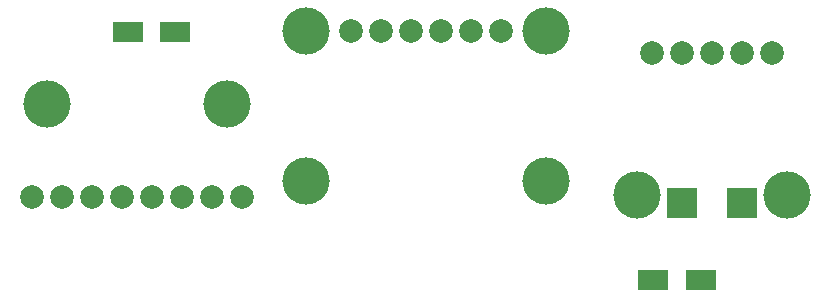
<source format=gbr>
%TF.GenerationSoftware,KiCad,Pcbnew,(5.1.10)-1*%
%TF.CreationDate,2022-06-07T20:51:06-07:00*%
%TF.ProjectId,solar-panel-NoCutout,736f6c61-722d-4706-916e-656c2d4e6f43,1.1*%
%TF.SameCoordinates,Original*%
%TF.FileFunction,Paste,Top*%
%TF.FilePolarity,Positive*%
%FSLAX46Y46*%
G04 Gerber Fmt 4.6, Leading zero omitted, Abs format (unit mm)*
G04 Created by KiCad (PCBNEW (5.1.10)-1) date 2022-06-07 20:51:06*
%MOMM*%
%LPD*%
G01*
G04 APERTURE LIST*
%ADD10C,4.000000*%
%ADD11C,2.000000*%
%ADD12R,2.500000X2.500000*%
%ADD13R,2.500000X1.700000*%
G04 APERTURE END LIST*
D10*
%TO.C,U1*%
X155910000Y-117600000D03*
X135590000Y-117600000D03*
X155910000Y-104900000D03*
D11*
X149560000Y-104900000D03*
X147020000Y-104900000D03*
X152100000Y-104900000D03*
X139400000Y-104900000D03*
X141940000Y-104900000D03*
X144480000Y-104900000D03*
D10*
X135590000Y-104900000D03*
%TD*%
%TO.C,U3*%
X113630000Y-111126000D03*
X128870000Y-111126000D03*
D11*
X117440000Y-119000000D03*
X119980000Y-119000000D03*
X112360000Y-119000000D03*
X114900000Y-119000000D03*
X130140000Y-119000000D03*
X127600000Y-119000000D03*
X125060000Y-119000000D03*
X122520000Y-119000000D03*
%TD*%
D12*
%TO.C,U2*%
X167460000Y-119450000D03*
X172540000Y-119450000D03*
D10*
X163650000Y-118815000D03*
X176350000Y-118815000D03*
D11*
X175080000Y-106750000D03*
X172540000Y-106750000D03*
X164920000Y-106750000D03*
X167460000Y-106750000D03*
X170000000Y-106750000D03*
%TD*%
D13*
%TO.C,D2*%
X124500000Y-105000000D03*
X120500000Y-105000000D03*
%TD*%
%TO.C,D1*%
X169000000Y-126000000D03*
X165000000Y-126000000D03*
%TD*%
M02*

</source>
